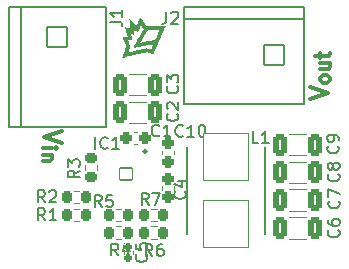
<source format=gbr>
%TF.GenerationSoftware,KiCad,Pcbnew,8.99.0-334-gf341ab9b00*%
%TF.CreationDate,2024-09-09T23:07:31-04:00*%
%TF.ProjectId,Buck Converter,4275636b-2043-46f6-9e76-65727465722e,V1*%
%TF.SameCoordinates,Original*%
%TF.FileFunction,Legend,Top*%
%TF.FilePolarity,Positive*%
%FSLAX46Y46*%
G04 Gerber Fmt 4.6, Leading zero omitted, Abs format (unit mm)*
G04 Created by KiCad (PCBNEW 8.99.0-334-gf341ab9b00) date 2024-09-09 23:07:31*
%MOMM*%
%LPD*%
G01*
G04 APERTURE LIST*
G04 Aperture macros list*
%AMRoundRect*
0 Rectangle with rounded corners*
0 $1 Rounding radius*
0 $2 $3 $4 $5 $6 $7 $8 $9 X,Y pos of 4 corners*
0 Add a 4 corners polygon primitive as box body*
4,1,4,$2,$3,$4,$5,$6,$7,$8,$9,$2,$3,0*
0 Add four circle primitives for the rounded corners*
1,1,$1+$1,$2,$3*
1,1,$1+$1,$4,$5*
1,1,$1+$1,$6,$7*
1,1,$1+$1,$8,$9*
0 Add four rect primitives between the rounded corners*
20,1,$1+$1,$2,$3,$4,$5,0*
20,1,$1+$1,$4,$5,$6,$7,0*
20,1,$1+$1,$6,$7,$8,$9,0*
20,1,$1+$1,$8,$9,$2,$3,0*%
G04 Aperture macros list end*
%ADD10C,0.300000*%
%ADD11C,0.100000*%
%ADD12C,0.150000*%
%ADD13C,0.120000*%
%ADD14C,0.225000*%
%ADD15C,0.200000*%
%ADD16C,0.127000*%
%ADD17RoundRect,0.272087X-0.353713X-0.678713X0.353713X-0.678713X0.353713X0.678713X-0.353713X0.678713X0*%
%ADD18O,0.351600X0.951600*%
%ADD19O,0.951600X0.351600*%
%ADD20RoundRect,0.050800X-0.537500X0.513000X-0.537500X-0.513000X0.537500X-0.513000X0.537500X0.513000X0*%
%ADD21RoundRect,0.225400X0.225400X0.300400X-0.225400X0.300400X-0.225400X-0.300400X0.225400X-0.300400X0*%
%ADD22RoundRect,0.225400X-0.225400X-0.300400X0.225400X-0.300400X0.225400X0.300400X-0.225400X0.300400X0*%
%ADD23RoundRect,0.250400X0.275400X-0.250400X0.275400X0.250400X-0.275400X0.250400X-0.275400X-0.250400X0*%
%ADD24RoundRect,0.050800X-1.900000X2.000000X-1.900000X-2.000000X1.900000X-2.000000X1.900000X2.000000X0*%
%ADD25RoundRect,0.102000X-0.825000X0.825000X-0.825000X-0.825000X0.825000X-0.825000X0.825000X0.825000X0*%
%ADD26C,1.854000*%
%ADD27RoundRect,0.102000X0.825000X0.825000X-0.825000X0.825000X-0.825000X-0.825000X0.825000X-0.825000X0*%
%ADD28RoundRect,0.250400X0.250400X0.275400X-0.250400X0.275400X-0.250400X-0.275400X0.250400X-0.275400X0*%
%ADD29RoundRect,0.225400X-0.300400X0.225400X-0.300400X-0.225400X0.300400X-0.225400X0.300400X0.225400X0*%
%ADD30RoundRect,0.165400X-0.195400X0.165400X-0.195400X-0.165400X0.195400X-0.165400X0.195400X0.165400X0*%
%ADD31RoundRect,0.250400X-0.275400X0.250400X-0.275400X-0.250400X0.275400X-0.250400X0.275400X0.250400X0*%
%ADD32RoundRect,0.272087X0.353713X0.678713X-0.353713X0.678713X-0.353713X-0.678713X0.353713X-0.678713X0*%
G04 APERTURE END LIST*
D10*
X174550828Y-97184774D02*
X176050828Y-96684774D01*
X176050828Y-96684774D02*
X174550828Y-96184774D01*
X176216542Y-95584775D02*
X176159400Y-95699060D01*
X176159400Y-95699060D02*
X176102257Y-95756203D01*
X176102257Y-95756203D02*
X175987971Y-95813346D01*
X175987971Y-95813346D02*
X175645114Y-95813346D01*
X175645114Y-95813346D02*
X175530828Y-95756203D01*
X175530828Y-95756203D02*
X175473685Y-95699060D01*
X175473685Y-95699060D02*
X175416542Y-95584775D01*
X175416542Y-95584775D02*
X175416542Y-95413346D01*
X175416542Y-95413346D02*
X175473685Y-95299060D01*
X175473685Y-95299060D02*
X175530828Y-95241918D01*
X175530828Y-95241918D02*
X175645114Y-95184775D01*
X175645114Y-95184775D02*
X175987971Y-95184775D01*
X175987971Y-95184775D02*
X176102257Y-95241918D01*
X176102257Y-95241918D02*
X176159400Y-95299060D01*
X176159400Y-95299060D02*
X176216542Y-95413346D01*
X176216542Y-95413346D02*
X176216542Y-95584775D01*
X175416542Y-94156204D02*
X176216542Y-94156204D01*
X175416542Y-94670489D02*
X176045114Y-94670489D01*
X176045114Y-94670489D02*
X176159400Y-94613346D01*
X176159400Y-94613346D02*
X176216542Y-94499061D01*
X176216542Y-94499061D02*
X176216542Y-94327632D01*
X176216542Y-94327632D02*
X176159400Y-94213346D01*
X176159400Y-94213346D02*
X176102257Y-94156204D01*
X175416542Y-93756204D02*
X175416542Y-93299061D01*
X175016542Y-93584775D02*
X176045114Y-93584775D01*
X176045114Y-93584775D02*
X176159400Y-93527632D01*
X176159400Y-93527632D02*
X176216542Y-93413347D01*
X176216542Y-93413347D02*
X176216542Y-93299061D01*
D11*
G36*
X160251390Y-90321228D02*
G01*
X160258374Y-90331559D01*
X160326137Y-90434062D01*
X160330425Y-90440858D01*
X160400184Y-90548508D01*
X160470548Y-90655150D01*
X160503227Y-90704030D01*
X160573870Y-90809703D01*
X160643908Y-90915376D01*
X160676029Y-90964148D01*
X160691294Y-90975750D01*
X160710223Y-90977581D01*
X160833573Y-90977581D01*
X160956326Y-90977581D01*
X161078483Y-90977581D01*
X161102843Y-90977581D01*
X161226694Y-90977581D01*
X161350187Y-90977581D01*
X161473322Y-90977581D01*
X161497906Y-90977581D01*
X161620612Y-90977581D01*
X161742960Y-90977581D01*
X161877129Y-90977581D01*
X161889305Y-90977581D01*
X162013013Y-90977581D01*
X162136840Y-90977581D01*
X162260786Y-90977581D01*
X162285589Y-90977581D01*
X162299023Y-90977581D01*
X162319783Y-90977581D01*
X162288642Y-91049633D01*
X162261775Y-91117411D01*
X162211164Y-91236975D01*
X162159544Y-91356540D01*
X162135380Y-91411723D01*
X162085272Y-91531288D01*
X162035164Y-91650852D01*
X162012037Y-91706036D01*
X161961720Y-91825205D01*
X161909992Y-91944576D01*
X161885642Y-91999738D01*
X161835634Y-92118907D01*
X161785829Y-92238278D01*
X161762909Y-92293440D01*
X161714883Y-92408319D01*
X161664835Y-92522909D01*
X161617585Y-92626831D01*
X161564475Y-92740451D01*
X161510931Y-92853782D01*
X161461880Y-92956559D01*
X161404757Y-93072544D01*
X161361130Y-93163555D01*
X161308063Y-93274535D01*
X161260380Y-93373604D01*
X161254884Y-93382152D01*
X161250000Y-93390701D01*
X161162683Y-93361392D01*
X161075976Y-93332693D01*
X160958044Y-93294366D01*
X160925157Y-93283234D01*
X160807805Y-93242045D01*
X160774947Y-93230111D01*
X160760903Y-93230111D01*
X160747470Y-93230111D01*
X160624301Y-93253803D01*
X160499497Y-93276794D01*
X160463538Y-93283234D01*
X160338683Y-93305908D01*
X160215230Y-93329049D01*
X160180216Y-93335746D01*
X160056711Y-93356819D01*
X160048325Y-93358339D01*
X159925142Y-93382238D01*
X159917044Y-93383984D01*
X159794596Y-93412976D01*
X159766224Y-93420010D01*
X159644179Y-93451389D01*
X159616015Y-93459089D01*
X159494771Y-93491337D01*
X159373451Y-93523355D01*
X159252055Y-93555145D01*
X159130582Y-93586706D01*
X159009377Y-93618572D01*
X158888171Y-93650667D01*
X158766966Y-93682991D01*
X158645760Y-93715544D01*
X158636601Y-93716765D01*
X158625000Y-93718597D01*
X158643928Y-93672191D01*
X158659193Y-93626395D01*
X158703743Y-93507234D01*
X158748092Y-93388879D01*
X158768492Y-93334525D01*
X158813042Y-93216146D01*
X158857390Y-93097163D01*
X158877791Y-93042044D01*
X158921551Y-92923162D01*
X158929082Y-92900383D01*
X158968182Y-92781935D01*
X158977320Y-92755059D01*
X158980373Y-92739794D01*
X158977320Y-92723918D01*
X158934488Y-92604421D01*
X158890790Y-92485213D01*
X158850314Y-92377093D01*
X158806176Y-92258580D01*
X158791361Y-92218335D01*
X159140963Y-92218335D01*
X159144626Y-92225052D01*
X159147679Y-92231769D01*
X159189078Y-92349302D01*
X159211182Y-92411287D01*
X159254447Y-92529372D01*
X159277739Y-92590806D01*
X159313764Y-92710484D01*
X159298499Y-92833217D01*
X159254879Y-92952399D01*
X159241713Y-92992585D01*
X159202558Y-93111882D01*
X159189200Y-93151343D01*
X159173325Y-93194085D01*
X159158060Y-93240491D01*
X159164776Y-93238660D01*
X159168440Y-93236828D01*
X159289054Y-93206908D01*
X159306437Y-93202634D01*
X159427919Y-93169909D01*
X159445045Y-93164776D01*
X159568201Y-93132032D01*
X159624563Y-93117149D01*
X159744501Y-93087208D01*
X159807745Y-93072575D01*
X159933306Y-93047442D01*
X159998866Y-93035327D01*
X160124689Y-93012888D01*
X160190596Y-93001133D01*
X160314986Y-92978406D01*
X160438572Y-92954873D01*
X160454989Y-92951674D01*
X160578234Y-92927900D01*
X160700675Y-92904662D01*
X160716939Y-92901605D01*
X160788381Y-92895498D01*
X160856769Y-92911985D01*
X160959351Y-92948011D01*
X161061933Y-92980373D01*
X161079030Y-92984036D01*
X161093073Y-92966939D01*
X161145104Y-92854600D01*
X161157798Y-92828332D01*
X161211226Y-92717868D01*
X161226186Y-92686671D01*
X161261601Y-92611566D01*
X161301290Y-92532798D01*
X161176558Y-92557823D01*
X161052406Y-92582751D01*
X160928833Y-92607582D01*
X160860432Y-92621336D01*
X160735700Y-92644933D01*
X160611548Y-92669013D01*
X160487975Y-92693577D01*
X160419574Y-92707431D01*
X160296323Y-92732209D01*
X160172493Y-92757084D01*
X160048083Y-92782055D01*
X159978715Y-92795969D01*
X159855459Y-92820753D01*
X159732300Y-92844956D01*
X159609237Y-92868580D01*
X159540910Y-92881454D01*
X159542742Y-92872906D01*
X159547627Y-92867411D01*
X159612847Y-92751395D01*
X159678449Y-92635380D01*
X159744433Y-92519364D01*
X159801368Y-92419836D01*
X160180216Y-92419836D01*
X160197313Y-92416782D01*
X160207693Y-92416782D01*
X160330120Y-92392053D01*
X160451936Y-92366713D01*
X160573752Y-92341525D01*
X160696179Y-92317254D01*
X160823389Y-92291574D01*
X160951465Y-92265750D01*
X161068649Y-92242149D01*
X161197945Y-92216194D01*
X161327241Y-92190383D01*
X161444783Y-92167044D01*
X161458217Y-92162159D01*
X161468597Y-92149947D01*
X161517648Y-92034695D01*
X161566342Y-91919443D01*
X161614677Y-91804191D01*
X161624302Y-91781140D01*
X161672566Y-91665566D01*
X161721188Y-91550112D01*
X161770168Y-91434776D01*
X161780006Y-91411723D01*
X161800157Y-91360432D01*
X161823970Y-91305478D01*
X161793440Y-91305478D01*
X161660572Y-91305478D01*
X161527124Y-91305478D01*
X161393097Y-91305478D01*
X161318387Y-91305478D01*
X161183749Y-91305478D01*
X161049110Y-91305478D01*
X160914471Y-91305478D01*
X160839672Y-91305478D01*
X160815858Y-91310973D01*
X160798761Y-91329291D01*
X160736133Y-91442392D01*
X160673272Y-91554090D01*
X160655268Y-91585746D01*
X160590136Y-91699197D01*
X160526172Y-91811948D01*
X160508112Y-91844033D01*
X160444900Y-91955881D01*
X160380285Y-92067029D01*
X160361566Y-92098656D01*
X160298638Y-92211757D01*
X160235943Y-92323455D01*
X160218073Y-92355111D01*
X160199145Y-92387473D01*
X160180216Y-92419836D01*
X159801368Y-92419836D01*
X159810799Y-92403349D01*
X159877393Y-92287219D01*
X159943453Y-92171471D01*
X160008979Y-92056104D01*
X160073970Y-91941120D01*
X160140022Y-91824358D01*
X160206362Y-91708318D01*
X160266922Y-91603454D01*
X160333872Y-91488083D01*
X160400390Y-91372857D01*
X160460484Y-91268230D01*
X160465369Y-91247470D01*
X160456821Y-91227320D01*
X160402477Y-91144888D01*
X160347522Y-91059403D01*
X160298063Y-90987962D01*
X160248604Y-90912857D01*
X160197570Y-91033299D01*
X160147052Y-91153742D01*
X160113660Y-91234036D01*
X160063485Y-91354479D01*
X160012795Y-91474921D01*
X159978715Y-91555216D01*
X159891304Y-91469142D01*
X159814462Y-91394626D01*
X159722220Y-91306012D01*
X159650209Y-91237090D01*
X159648377Y-91240753D01*
X159647156Y-91240753D01*
X159654124Y-91369383D01*
X159662433Y-91498818D01*
X159663642Y-91516137D01*
X159672703Y-91646046D01*
X159679949Y-91768263D01*
X159681350Y-91794574D01*
X159568349Y-91739161D01*
X159530530Y-91721301D01*
X159415812Y-91666232D01*
X159376657Y-91647418D01*
X159411746Y-91765913D01*
X159446030Y-91884409D01*
X159450540Y-91900209D01*
X159484583Y-92018839D01*
X159519162Y-92137737D01*
X159523813Y-92153611D01*
X159402073Y-92174266D01*
X159330861Y-92185973D01*
X159206653Y-92206797D01*
X159140963Y-92218335D01*
X158791361Y-92218335D01*
X158762761Y-92140645D01*
X158723918Y-92033932D01*
X158710484Y-91997906D01*
X158697051Y-91958217D01*
X158818357Y-91937914D01*
X158901605Y-91924023D01*
X159023421Y-91903935D01*
X159106769Y-91890439D01*
X159072374Y-91769099D01*
X159037882Y-91647565D01*
X159003294Y-91525839D01*
X158984036Y-91458129D01*
X158949346Y-91335759D01*
X158914656Y-91213195D01*
X158879966Y-91090438D01*
X158860694Y-91022156D01*
X158976251Y-91079858D01*
X159089672Y-91136950D01*
X159203397Y-91193584D01*
X159318649Y-91251133D01*
X159310194Y-91118887D01*
X159301619Y-90986998D01*
X159292925Y-90855467D01*
X159291172Y-90829204D01*
X159282776Y-90697423D01*
X159274380Y-90565403D01*
X159265984Y-90433144D01*
X159264305Y-90406664D01*
X159358007Y-90498279D01*
X159451351Y-90589178D01*
X159544338Y-90679362D01*
X159562892Y-90697313D01*
X159656129Y-90786996D01*
X159749604Y-90876679D01*
X159843318Y-90966362D01*
X159862090Y-90984298D01*
X159911439Y-90864848D01*
X159961027Y-90745398D01*
X160010853Y-90625948D01*
X160020847Y-90602058D01*
X160071401Y-90482226D01*
X160122313Y-90362395D01*
X160173583Y-90242563D01*
X160183879Y-90218597D01*
X160251390Y-90321228D01*
G37*
D10*
X153574171Y-99915225D02*
X152074171Y-100415225D01*
X152074171Y-100415225D02*
X153574171Y-100915225D01*
X151908457Y-101343796D02*
X152708457Y-101343796D01*
X153108457Y-101343796D02*
X153051314Y-101286653D01*
X153051314Y-101286653D02*
X152994171Y-101343796D01*
X152994171Y-101343796D02*
X153051314Y-101400939D01*
X153051314Y-101400939D02*
X153108457Y-101343796D01*
X153108457Y-101343796D02*
X152994171Y-101343796D01*
X152708457Y-101915225D02*
X151908457Y-101915225D01*
X152594171Y-101915225D02*
X152651314Y-101972368D01*
X152651314Y-101972368D02*
X152708457Y-102086653D01*
X152708457Y-102086653D02*
X152708457Y-102258082D01*
X152708457Y-102258082D02*
X152651314Y-102372368D01*
X152651314Y-102372368D02*
X152537028Y-102429511D01*
X152537028Y-102429511D02*
X151908457Y-102429511D01*
D12*
X176959580Y-108291666D02*
X177007200Y-108339285D01*
X177007200Y-108339285D02*
X177054819Y-108482142D01*
X177054819Y-108482142D02*
X177054819Y-108577380D01*
X177054819Y-108577380D02*
X177007200Y-108720237D01*
X177007200Y-108720237D02*
X176911961Y-108815475D01*
X176911961Y-108815475D02*
X176816723Y-108863094D01*
X176816723Y-108863094D02*
X176626247Y-108910713D01*
X176626247Y-108910713D02*
X176483390Y-108910713D01*
X176483390Y-108910713D02*
X176292914Y-108863094D01*
X176292914Y-108863094D02*
X176197676Y-108815475D01*
X176197676Y-108815475D02*
X176102438Y-108720237D01*
X176102438Y-108720237D02*
X176054819Y-108577380D01*
X176054819Y-108577380D02*
X176054819Y-108482142D01*
X176054819Y-108482142D02*
X176102438Y-108339285D01*
X176102438Y-108339285D02*
X176150057Y-108291666D01*
X176054819Y-107434523D02*
X176054819Y-107624999D01*
X176054819Y-107624999D02*
X176102438Y-107720237D01*
X176102438Y-107720237D02*
X176150057Y-107767856D01*
X176150057Y-107767856D02*
X176292914Y-107863094D01*
X176292914Y-107863094D02*
X176483390Y-107910713D01*
X176483390Y-107910713D02*
X176864342Y-107910713D01*
X176864342Y-107910713D02*
X176959580Y-107863094D01*
X176959580Y-107863094D02*
X177007200Y-107815475D01*
X177007200Y-107815475D02*
X177054819Y-107720237D01*
X177054819Y-107720237D02*
X177054819Y-107529761D01*
X177054819Y-107529761D02*
X177007200Y-107434523D01*
X177007200Y-107434523D02*
X176959580Y-107386904D01*
X176959580Y-107386904D02*
X176864342Y-107339285D01*
X176864342Y-107339285D02*
X176626247Y-107339285D01*
X176626247Y-107339285D02*
X176531009Y-107386904D01*
X176531009Y-107386904D02*
X176483390Y-107434523D01*
X176483390Y-107434523D02*
X176435771Y-107529761D01*
X176435771Y-107529761D02*
X176435771Y-107720237D01*
X176435771Y-107720237D02*
X176483390Y-107815475D01*
X176483390Y-107815475D02*
X176531009Y-107863094D01*
X176531009Y-107863094D02*
X176626247Y-107910713D01*
X156373810Y-101404819D02*
X156373810Y-100404819D01*
X157421428Y-101309580D02*
X157373809Y-101357200D01*
X157373809Y-101357200D02*
X157230952Y-101404819D01*
X157230952Y-101404819D02*
X157135714Y-101404819D01*
X157135714Y-101404819D02*
X156992857Y-101357200D01*
X156992857Y-101357200D02*
X156897619Y-101261961D01*
X156897619Y-101261961D02*
X156850000Y-101166723D01*
X156850000Y-101166723D02*
X156802381Y-100976247D01*
X156802381Y-100976247D02*
X156802381Y-100833390D01*
X156802381Y-100833390D02*
X156850000Y-100642914D01*
X156850000Y-100642914D02*
X156897619Y-100547676D01*
X156897619Y-100547676D02*
X156992857Y-100452438D01*
X156992857Y-100452438D02*
X157135714Y-100404819D01*
X157135714Y-100404819D02*
X157230952Y-100404819D01*
X157230952Y-100404819D02*
X157373809Y-100452438D01*
X157373809Y-100452438D02*
X157421428Y-100500057D01*
X158373809Y-101404819D02*
X157802381Y-101404819D01*
X158088095Y-101404819D02*
X158088095Y-100404819D01*
X158088095Y-100404819D02*
X157992857Y-100547676D01*
X157992857Y-100547676D02*
X157897619Y-100642914D01*
X157897619Y-100642914D02*
X157802381Y-100690533D01*
X156908333Y-106329819D02*
X156575000Y-105853628D01*
X156336905Y-106329819D02*
X156336905Y-105329819D01*
X156336905Y-105329819D02*
X156717857Y-105329819D01*
X156717857Y-105329819D02*
X156813095Y-105377438D01*
X156813095Y-105377438D02*
X156860714Y-105425057D01*
X156860714Y-105425057D02*
X156908333Y-105520295D01*
X156908333Y-105520295D02*
X156908333Y-105663152D01*
X156908333Y-105663152D02*
X156860714Y-105758390D01*
X156860714Y-105758390D02*
X156813095Y-105806009D01*
X156813095Y-105806009D02*
X156717857Y-105853628D01*
X156717857Y-105853628D02*
X156336905Y-105853628D01*
X157813095Y-105329819D02*
X157336905Y-105329819D01*
X157336905Y-105329819D02*
X157289286Y-105806009D01*
X157289286Y-105806009D02*
X157336905Y-105758390D01*
X157336905Y-105758390D02*
X157432143Y-105710771D01*
X157432143Y-105710771D02*
X157670238Y-105710771D01*
X157670238Y-105710771D02*
X157765476Y-105758390D01*
X157765476Y-105758390D02*
X157813095Y-105806009D01*
X157813095Y-105806009D02*
X157860714Y-105901247D01*
X157860714Y-105901247D02*
X157860714Y-106139342D01*
X157860714Y-106139342D02*
X157813095Y-106234580D01*
X157813095Y-106234580D02*
X157765476Y-106282200D01*
X157765476Y-106282200D02*
X157670238Y-106329819D01*
X157670238Y-106329819D02*
X157432143Y-106329819D01*
X157432143Y-106329819D02*
X157336905Y-106282200D01*
X157336905Y-106282200D02*
X157289286Y-106234580D01*
X152108333Y-105929819D02*
X151775000Y-105453628D01*
X151536905Y-105929819D02*
X151536905Y-104929819D01*
X151536905Y-104929819D02*
X151917857Y-104929819D01*
X151917857Y-104929819D02*
X152013095Y-104977438D01*
X152013095Y-104977438D02*
X152060714Y-105025057D01*
X152060714Y-105025057D02*
X152108333Y-105120295D01*
X152108333Y-105120295D02*
X152108333Y-105263152D01*
X152108333Y-105263152D02*
X152060714Y-105358390D01*
X152060714Y-105358390D02*
X152013095Y-105406009D01*
X152013095Y-105406009D02*
X151917857Y-105453628D01*
X151917857Y-105453628D02*
X151536905Y-105453628D01*
X152489286Y-105025057D02*
X152536905Y-104977438D01*
X152536905Y-104977438D02*
X152632143Y-104929819D01*
X152632143Y-104929819D02*
X152870238Y-104929819D01*
X152870238Y-104929819D02*
X152965476Y-104977438D01*
X152965476Y-104977438D02*
X153013095Y-105025057D01*
X153013095Y-105025057D02*
X153060714Y-105120295D01*
X153060714Y-105120295D02*
X153060714Y-105215533D01*
X153060714Y-105215533D02*
X153013095Y-105358390D01*
X153013095Y-105358390D02*
X152441667Y-105929819D01*
X152441667Y-105929819D02*
X153060714Y-105929819D01*
X163959580Y-105016666D02*
X164007200Y-105064285D01*
X164007200Y-105064285D02*
X164054819Y-105207142D01*
X164054819Y-105207142D02*
X164054819Y-105302380D01*
X164054819Y-105302380D02*
X164007200Y-105445237D01*
X164007200Y-105445237D02*
X163911961Y-105540475D01*
X163911961Y-105540475D02*
X163816723Y-105588094D01*
X163816723Y-105588094D02*
X163626247Y-105635713D01*
X163626247Y-105635713D02*
X163483390Y-105635713D01*
X163483390Y-105635713D02*
X163292914Y-105588094D01*
X163292914Y-105588094D02*
X163197676Y-105540475D01*
X163197676Y-105540475D02*
X163102438Y-105445237D01*
X163102438Y-105445237D02*
X163054819Y-105302380D01*
X163054819Y-105302380D02*
X163054819Y-105207142D01*
X163054819Y-105207142D02*
X163102438Y-105064285D01*
X163102438Y-105064285D02*
X163150057Y-105016666D01*
X163388152Y-104159523D02*
X164054819Y-104159523D01*
X163007200Y-104397618D02*
X163721485Y-104635713D01*
X163721485Y-104635713D02*
X163721485Y-104016666D01*
X158308333Y-110429819D02*
X157975000Y-109953628D01*
X157736905Y-110429819D02*
X157736905Y-109429819D01*
X157736905Y-109429819D02*
X158117857Y-109429819D01*
X158117857Y-109429819D02*
X158213095Y-109477438D01*
X158213095Y-109477438D02*
X158260714Y-109525057D01*
X158260714Y-109525057D02*
X158308333Y-109620295D01*
X158308333Y-109620295D02*
X158308333Y-109763152D01*
X158308333Y-109763152D02*
X158260714Y-109858390D01*
X158260714Y-109858390D02*
X158213095Y-109906009D01*
X158213095Y-109906009D02*
X158117857Y-109953628D01*
X158117857Y-109953628D02*
X157736905Y-109953628D01*
X159165476Y-109763152D02*
X159165476Y-110429819D01*
X158927381Y-109382200D02*
X158689286Y-110096485D01*
X158689286Y-110096485D02*
X159308333Y-110096485D01*
X176909580Y-101166666D02*
X176957200Y-101214285D01*
X176957200Y-101214285D02*
X177004819Y-101357142D01*
X177004819Y-101357142D02*
X177004819Y-101452380D01*
X177004819Y-101452380D02*
X176957200Y-101595237D01*
X176957200Y-101595237D02*
X176861961Y-101690475D01*
X176861961Y-101690475D02*
X176766723Y-101738094D01*
X176766723Y-101738094D02*
X176576247Y-101785713D01*
X176576247Y-101785713D02*
X176433390Y-101785713D01*
X176433390Y-101785713D02*
X176242914Y-101738094D01*
X176242914Y-101738094D02*
X176147676Y-101690475D01*
X176147676Y-101690475D02*
X176052438Y-101595237D01*
X176052438Y-101595237D02*
X176004819Y-101452380D01*
X176004819Y-101452380D02*
X176004819Y-101357142D01*
X176004819Y-101357142D02*
X176052438Y-101214285D01*
X176052438Y-101214285D02*
X176100057Y-101166666D01*
X177004819Y-100690475D02*
X177004819Y-100499999D01*
X177004819Y-100499999D02*
X176957200Y-100404761D01*
X176957200Y-100404761D02*
X176909580Y-100357142D01*
X176909580Y-100357142D02*
X176766723Y-100261904D01*
X176766723Y-100261904D02*
X176576247Y-100214285D01*
X176576247Y-100214285D02*
X176195295Y-100214285D01*
X176195295Y-100214285D02*
X176100057Y-100261904D01*
X176100057Y-100261904D02*
X176052438Y-100309523D01*
X176052438Y-100309523D02*
X176004819Y-100404761D01*
X176004819Y-100404761D02*
X176004819Y-100595237D01*
X176004819Y-100595237D02*
X176052438Y-100690475D01*
X176052438Y-100690475D02*
X176100057Y-100738094D01*
X176100057Y-100738094D02*
X176195295Y-100785713D01*
X176195295Y-100785713D02*
X176433390Y-100785713D01*
X176433390Y-100785713D02*
X176528628Y-100738094D01*
X176528628Y-100738094D02*
X176576247Y-100690475D01*
X176576247Y-100690475D02*
X176623866Y-100595237D01*
X176623866Y-100595237D02*
X176623866Y-100404761D01*
X176623866Y-100404761D02*
X176576247Y-100309523D01*
X176576247Y-100309523D02*
X176528628Y-100261904D01*
X176528628Y-100261904D02*
X176433390Y-100214285D01*
X161208333Y-110479819D02*
X160875000Y-110003628D01*
X160636905Y-110479819D02*
X160636905Y-109479819D01*
X160636905Y-109479819D02*
X161017857Y-109479819D01*
X161017857Y-109479819D02*
X161113095Y-109527438D01*
X161113095Y-109527438D02*
X161160714Y-109575057D01*
X161160714Y-109575057D02*
X161208333Y-109670295D01*
X161208333Y-109670295D02*
X161208333Y-109813152D01*
X161208333Y-109813152D02*
X161160714Y-109908390D01*
X161160714Y-109908390D02*
X161113095Y-109956009D01*
X161113095Y-109956009D02*
X161017857Y-110003628D01*
X161017857Y-110003628D02*
X160636905Y-110003628D01*
X162065476Y-109479819D02*
X161875000Y-109479819D01*
X161875000Y-109479819D02*
X161779762Y-109527438D01*
X161779762Y-109527438D02*
X161732143Y-109575057D01*
X161732143Y-109575057D02*
X161636905Y-109717914D01*
X161636905Y-109717914D02*
X161589286Y-109908390D01*
X161589286Y-109908390D02*
X161589286Y-110289342D01*
X161589286Y-110289342D02*
X161636905Y-110384580D01*
X161636905Y-110384580D02*
X161684524Y-110432200D01*
X161684524Y-110432200D02*
X161779762Y-110479819D01*
X161779762Y-110479819D02*
X161970238Y-110479819D01*
X161970238Y-110479819D02*
X162065476Y-110432200D01*
X162065476Y-110432200D02*
X162113095Y-110384580D01*
X162113095Y-110384580D02*
X162160714Y-110289342D01*
X162160714Y-110289342D02*
X162160714Y-110051247D01*
X162160714Y-110051247D02*
X162113095Y-109956009D01*
X162113095Y-109956009D02*
X162065476Y-109908390D01*
X162065476Y-109908390D02*
X161970238Y-109860771D01*
X161970238Y-109860771D02*
X161779762Y-109860771D01*
X161779762Y-109860771D02*
X161684524Y-109908390D01*
X161684524Y-109908390D02*
X161636905Y-109956009D01*
X161636905Y-109956009D02*
X161589286Y-110051247D01*
X170183333Y-100929819D02*
X169707143Y-100929819D01*
X169707143Y-100929819D02*
X169707143Y-99929819D01*
X171040476Y-100929819D02*
X170469048Y-100929819D01*
X170754762Y-100929819D02*
X170754762Y-99929819D01*
X170754762Y-99929819D02*
X170659524Y-100072676D01*
X170659524Y-100072676D02*
X170564286Y-100167914D01*
X170564286Y-100167914D02*
X170469048Y-100215533D01*
X157653724Y-90659012D02*
X158369466Y-90659012D01*
X158369466Y-90659012D02*
X158512614Y-90706728D01*
X158512614Y-90706728D02*
X158608047Y-90802160D01*
X158608047Y-90802160D02*
X158655763Y-90945309D01*
X158655763Y-90945309D02*
X158655763Y-91040741D01*
X158655763Y-89656973D02*
X158655763Y-90229567D01*
X158655763Y-89943270D02*
X157653724Y-89943270D01*
X157653724Y-89943270D02*
X157796872Y-90038702D01*
X157796872Y-90038702D02*
X157892304Y-90134135D01*
X157892304Y-90134135D02*
X157940021Y-90229567D01*
X176959580Y-103541666D02*
X177007200Y-103589285D01*
X177007200Y-103589285D02*
X177054819Y-103732142D01*
X177054819Y-103732142D02*
X177054819Y-103827380D01*
X177054819Y-103827380D02*
X177007200Y-103970237D01*
X177007200Y-103970237D02*
X176911961Y-104065475D01*
X176911961Y-104065475D02*
X176816723Y-104113094D01*
X176816723Y-104113094D02*
X176626247Y-104160713D01*
X176626247Y-104160713D02*
X176483390Y-104160713D01*
X176483390Y-104160713D02*
X176292914Y-104113094D01*
X176292914Y-104113094D02*
X176197676Y-104065475D01*
X176197676Y-104065475D02*
X176102438Y-103970237D01*
X176102438Y-103970237D02*
X176054819Y-103827380D01*
X176054819Y-103827380D02*
X176054819Y-103732142D01*
X176054819Y-103732142D02*
X176102438Y-103589285D01*
X176102438Y-103589285D02*
X176150057Y-103541666D01*
X176483390Y-102970237D02*
X176435771Y-103065475D01*
X176435771Y-103065475D02*
X176388152Y-103113094D01*
X176388152Y-103113094D02*
X176292914Y-103160713D01*
X176292914Y-103160713D02*
X176245295Y-103160713D01*
X176245295Y-103160713D02*
X176150057Y-103113094D01*
X176150057Y-103113094D02*
X176102438Y-103065475D01*
X176102438Y-103065475D02*
X176054819Y-102970237D01*
X176054819Y-102970237D02*
X176054819Y-102779761D01*
X176054819Y-102779761D02*
X176102438Y-102684523D01*
X176102438Y-102684523D02*
X176150057Y-102636904D01*
X176150057Y-102636904D02*
X176245295Y-102589285D01*
X176245295Y-102589285D02*
X176292914Y-102589285D01*
X176292914Y-102589285D02*
X176388152Y-102636904D01*
X176388152Y-102636904D02*
X176435771Y-102684523D01*
X176435771Y-102684523D02*
X176483390Y-102779761D01*
X176483390Y-102779761D02*
X176483390Y-102970237D01*
X176483390Y-102970237D02*
X176531009Y-103065475D01*
X176531009Y-103065475D02*
X176578628Y-103113094D01*
X176578628Y-103113094D02*
X176673866Y-103160713D01*
X176673866Y-103160713D02*
X176864342Y-103160713D01*
X176864342Y-103160713D02*
X176959580Y-103113094D01*
X176959580Y-103113094D02*
X177007200Y-103065475D01*
X177007200Y-103065475D02*
X177054819Y-102970237D01*
X177054819Y-102970237D02*
X177054819Y-102779761D01*
X177054819Y-102779761D02*
X177007200Y-102684523D01*
X177007200Y-102684523D02*
X176959580Y-102636904D01*
X176959580Y-102636904D02*
X176864342Y-102589285D01*
X176864342Y-102589285D02*
X176673866Y-102589285D01*
X176673866Y-102589285D02*
X176578628Y-102636904D01*
X176578628Y-102636904D02*
X176531009Y-102684523D01*
X176531009Y-102684523D02*
X176483390Y-102779761D01*
X162390987Y-89803724D02*
X162390987Y-90519466D01*
X162390987Y-90519466D02*
X162343271Y-90662614D01*
X162343271Y-90662614D02*
X162247839Y-90758047D01*
X162247839Y-90758047D02*
X162104690Y-90805763D01*
X162104690Y-90805763D02*
X162009258Y-90805763D01*
X162820432Y-89899156D02*
X162868148Y-89851440D01*
X162868148Y-89851440D02*
X162963581Y-89803724D01*
X162963581Y-89803724D02*
X163202161Y-89803724D01*
X163202161Y-89803724D02*
X163297594Y-89851440D01*
X163297594Y-89851440D02*
X163345310Y-89899156D01*
X163345310Y-89899156D02*
X163393026Y-89994588D01*
X163393026Y-89994588D02*
X163393026Y-90090021D01*
X163393026Y-90090021D02*
X163345310Y-90233169D01*
X163345310Y-90233169D02*
X162772716Y-90805763D01*
X162772716Y-90805763D02*
X163393026Y-90805763D01*
X161783333Y-100259580D02*
X161735714Y-100307200D01*
X161735714Y-100307200D02*
X161592857Y-100354819D01*
X161592857Y-100354819D02*
X161497619Y-100354819D01*
X161497619Y-100354819D02*
X161354762Y-100307200D01*
X161354762Y-100307200D02*
X161259524Y-100211961D01*
X161259524Y-100211961D02*
X161211905Y-100116723D01*
X161211905Y-100116723D02*
X161164286Y-99926247D01*
X161164286Y-99926247D02*
X161164286Y-99783390D01*
X161164286Y-99783390D02*
X161211905Y-99592914D01*
X161211905Y-99592914D02*
X161259524Y-99497676D01*
X161259524Y-99497676D02*
X161354762Y-99402438D01*
X161354762Y-99402438D02*
X161497619Y-99354819D01*
X161497619Y-99354819D02*
X161592857Y-99354819D01*
X161592857Y-99354819D02*
X161735714Y-99402438D01*
X161735714Y-99402438D02*
X161783333Y-99450057D01*
X162735714Y-100354819D02*
X162164286Y-100354819D01*
X162450000Y-100354819D02*
X162450000Y-99354819D01*
X162450000Y-99354819D02*
X162354762Y-99497676D01*
X162354762Y-99497676D02*
X162259524Y-99592914D01*
X162259524Y-99592914D02*
X162164286Y-99640533D01*
X176984580Y-105816666D02*
X177032200Y-105864285D01*
X177032200Y-105864285D02*
X177079819Y-106007142D01*
X177079819Y-106007142D02*
X177079819Y-106102380D01*
X177079819Y-106102380D02*
X177032200Y-106245237D01*
X177032200Y-106245237D02*
X176936961Y-106340475D01*
X176936961Y-106340475D02*
X176841723Y-106388094D01*
X176841723Y-106388094D02*
X176651247Y-106435713D01*
X176651247Y-106435713D02*
X176508390Y-106435713D01*
X176508390Y-106435713D02*
X176317914Y-106388094D01*
X176317914Y-106388094D02*
X176222676Y-106340475D01*
X176222676Y-106340475D02*
X176127438Y-106245237D01*
X176127438Y-106245237D02*
X176079819Y-106102380D01*
X176079819Y-106102380D02*
X176079819Y-106007142D01*
X176079819Y-106007142D02*
X176127438Y-105864285D01*
X176127438Y-105864285D02*
X176175057Y-105816666D01*
X176079819Y-105483332D02*
X176079819Y-104816666D01*
X176079819Y-104816666D02*
X177079819Y-105245237D01*
X155054819Y-103241666D02*
X154578628Y-103574999D01*
X155054819Y-103813094D02*
X154054819Y-103813094D01*
X154054819Y-103813094D02*
X154054819Y-103432142D01*
X154054819Y-103432142D02*
X154102438Y-103336904D01*
X154102438Y-103336904D02*
X154150057Y-103289285D01*
X154150057Y-103289285D02*
X154245295Y-103241666D01*
X154245295Y-103241666D02*
X154388152Y-103241666D01*
X154388152Y-103241666D02*
X154483390Y-103289285D01*
X154483390Y-103289285D02*
X154531009Y-103336904D01*
X154531009Y-103336904D02*
X154578628Y-103432142D01*
X154578628Y-103432142D02*
X154578628Y-103813094D01*
X154054819Y-102908332D02*
X154054819Y-102289285D01*
X154054819Y-102289285D02*
X154435771Y-102622618D01*
X154435771Y-102622618D02*
X154435771Y-102479761D01*
X154435771Y-102479761D02*
X154483390Y-102384523D01*
X154483390Y-102384523D02*
X154531009Y-102336904D01*
X154531009Y-102336904D02*
X154626247Y-102289285D01*
X154626247Y-102289285D02*
X154864342Y-102289285D01*
X154864342Y-102289285D02*
X154959580Y-102336904D01*
X154959580Y-102336904D02*
X155007200Y-102384523D01*
X155007200Y-102384523D02*
X155054819Y-102479761D01*
X155054819Y-102479761D02*
X155054819Y-102765475D01*
X155054819Y-102765475D02*
X155007200Y-102860713D01*
X155007200Y-102860713D02*
X154959580Y-102908332D01*
X160694580Y-110341666D02*
X160742200Y-110389285D01*
X160742200Y-110389285D02*
X160789819Y-110532142D01*
X160789819Y-110532142D02*
X160789819Y-110627380D01*
X160789819Y-110627380D02*
X160742200Y-110770237D01*
X160742200Y-110770237D02*
X160646961Y-110865475D01*
X160646961Y-110865475D02*
X160551723Y-110913094D01*
X160551723Y-110913094D02*
X160361247Y-110960713D01*
X160361247Y-110960713D02*
X160218390Y-110960713D01*
X160218390Y-110960713D02*
X160027914Y-110913094D01*
X160027914Y-110913094D02*
X159932676Y-110865475D01*
X159932676Y-110865475D02*
X159837438Y-110770237D01*
X159837438Y-110770237D02*
X159789819Y-110627380D01*
X159789819Y-110627380D02*
X159789819Y-110532142D01*
X159789819Y-110532142D02*
X159837438Y-110389285D01*
X159837438Y-110389285D02*
X159885057Y-110341666D01*
X159789819Y-109436904D02*
X159789819Y-109913094D01*
X159789819Y-109913094D02*
X160266009Y-109960713D01*
X160266009Y-109960713D02*
X160218390Y-109913094D01*
X160218390Y-109913094D02*
X160170771Y-109817856D01*
X160170771Y-109817856D02*
X160170771Y-109579761D01*
X160170771Y-109579761D02*
X160218390Y-109484523D01*
X160218390Y-109484523D02*
X160266009Y-109436904D01*
X160266009Y-109436904D02*
X160361247Y-109389285D01*
X160361247Y-109389285D02*
X160599342Y-109389285D01*
X160599342Y-109389285D02*
X160694580Y-109436904D01*
X160694580Y-109436904D02*
X160742200Y-109484523D01*
X160742200Y-109484523D02*
X160789819Y-109579761D01*
X160789819Y-109579761D02*
X160789819Y-109817856D01*
X160789819Y-109817856D02*
X160742200Y-109913094D01*
X160742200Y-109913094D02*
X160694580Y-109960713D01*
X163782142Y-100284580D02*
X163734523Y-100332200D01*
X163734523Y-100332200D02*
X163591666Y-100379819D01*
X163591666Y-100379819D02*
X163496428Y-100379819D01*
X163496428Y-100379819D02*
X163353571Y-100332200D01*
X163353571Y-100332200D02*
X163258333Y-100236961D01*
X163258333Y-100236961D02*
X163210714Y-100141723D01*
X163210714Y-100141723D02*
X163163095Y-99951247D01*
X163163095Y-99951247D02*
X163163095Y-99808390D01*
X163163095Y-99808390D02*
X163210714Y-99617914D01*
X163210714Y-99617914D02*
X163258333Y-99522676D01*
X163258333Y-99522676D02*
X163353571Y-99427438D01*
X163353571Y-99427438D02*
X163496428Y-99379819D01*
X163496428Y-99379819D02*
X163591666Y-99379819D01*
X163591666Y-99379819D02*
X163734523Y-99427438D01*
X163734523Y-99427438D02*
X163782142Y-99475057D01*
X164734523Y-100379819D02*
X164163095Y-100379819D01*
X164448809Y-100379819D02*
X164448809Y-99379819D01*
X164448809Y-99379819D02*
X164353571Y-99522676D01*
X164353571Y-99522676D02*
X164258333Y-99617914D01*
X164258333Y-99617914D02*
X164163095Y-99665533D01*
X165353571Y-99379819D02*
X165448809Y-99379819D01*
X165448809Y-99379819D02*
X165544047Y-99427438D01*
X165544047Y-99427438D02*
X165591666Y-99475057D01*
X165591666Y-99475057D02*
X165639285Y-99570295D01*
X165639285Y-99570295D02*
X165686904Y-99760771D01*
X165686904Y-99760771D02*
X165686904Y-99998866D01*
X165686904Y-99998866D02*
X165639285Y-100189342D01*
X165639285Y-100189342D02*
X165591666Y-100284580D01*
X165591666Y-100284580D02*
X165544047Y-100332200D01*
X165544047Y-100332200D02*
X165448809Y-100379819D01*
X165448809Y-100379819D02*
X165353571Y-100379819D01*
X165353571Y-100379819D02*
X165258333Y-100332200D01*
X165258333Y-100332200D02*
X165210714Y-100284580D01*
X165210714Y-100284580D02*
X165163095Y-100189342D01*
X165163095Y-100189342D02*
X165115476Y-99998866D01*
X165115476Y-99998866D02*
X165115476Y-99760771D01*
X165115476Y-99760771D02*
X165163095Y-99570295D01*
X165163095Y-99570295D02*
X165210714Y-99475057D01*
X165210714Y-99475057D02*
X165258333Y-99427438D01*
X165258333Y-99427438D02*
X165353571Y-99379819D01*
X160883333Y-106154819D02*
X160550000Y-105678628D01*
X160311905Y-106154819D02*
X160311905Y-105154819D01*
X160311905Y-105154819D02*
X160692857Y-105154819D01*
X160692857Y-105154819D02*
X160788095Y-105202438D01*
X160788095Y-105202438D02*
X160835714Y-105250057D01*
X160835714Y-105250057D02*
X160883333Y-105345295D01*
X160883333Y-105345295D02*
X160883333Y-105488152D01*
X160883333Y-105488152D02*
X160835714Y-105583390D01*
X160835714Y-105583390D02*
X160788095Y-105631009D01*
X160788095Y-105631009D02*
X160692857Y-105678628D01*
X160692857Y-105678628D02*
X160311905Y-105678628D01*
X161216667Y-105154819D02*
X161883333Y-105154819D01*
X161883333Y-105154819D02*
X161454762Y-106154819D01*
X152120833Y-107454819D02*
X151787500Y-106978628D01*
X151549405Y-107454819D02*
X151549405Y-106454819D01*
X151549405Y-106454819D02*
X151930357Y-106454819D01*
X151930357Y-106454819D02*
X152025595Y-106502438D01*
X152025595Y-106502438D02*
X152073214Y-106550057D01*
X152073214Y-106550057D02*
X152120833Y-106645295D01*
X152120833Y-106645295D02*
X152120833Y-106788152D01*
X152120833Y-106788152D02*
X152073214Y-106883390D01*
X152073214Y-106883390D02*
X152025595Y-106931009D01*
X152025595Y-106931009D02*
X151930357Y-106978628D01*
X151930357Y-106978628D02*
X151549405Y-106978628D01*
X153073214Y-107454819D02*
X152501786Y-107454819D01*
X152787500Y-107454819D02*
X152787500Y-106454819D01*
X152787500Y-106454819D02*
X152692262Y-106597676D01*
X152692262Y-106597676D02*
X152597024Y-106692914D01*
X152597024Y-106692914D02*
X152501786Y-106740533D01*
X163309580Y-98416666D02*
X163357200Y-98464285D01*
X163357200Y-98464285D02*
X163404819Y-98607142D01*
X163404819Y-98607142D02*
X163404819Y-98702380D01*
X163404819Y-98702380D02*
X163357200Y-98845237D01*
X163357200Y-98845237D02*
X163261961Y-98940475D01*
X163261961Y-98940475D02*
X163166723Y-98988094D01*
X163166723Y-98988094D02*
X162976247Y-99035713D01*
X162976247Y-99035713D02*
X162833390Y-99035713D01*
X162833390Y-99035713D02*
X162642914Y-98988094D01*
X162642914Y-98988094D02*
X162547676Y-98940475D01*
X162547676Y-98940475D02*
X162452438Y-98845237D01*
X162452438Y-98845237D02*
X162404819Y-98702380D01*
X162404819Y-98702380D02*
X162404819Y-98607142D01*
X162404819Y-98607142D02*
X162452438Y-98464285D01*
X162452438Y-98464285D02*
X162500057Y-98416666D01*
X162500057Y-98035713D02*
X162452438Y-97988094D01*
X162452438Y-97988094D02*
X162404819Y-97892856D01*
X162404819Y-97892856D02*
X162404819Y-97654761D01*
X162404819Y-97654761D02*
X162452438Y-97559523D01*
X162452438Y-97559523D02*
X162500057Y-97511904D01*
X162500057Y-97511904D02*
X162595295Y-97464285D01*
X162595295Y-97464285D02*
X162690533Y-97464285D01*
X162690533Y-97464285D02*
X162833390Y-97511904D01*
X162833390Y-97511904D02*
X163404819Y-98083332D01*
X163404819Y-98083332D02*
X163404819Y-97464285D01*
X163309580Y-96091666D02*
X163357200Y-96139285D01*
X163357200Y-96139285D02*
X163404819Y-96282142D01*
X163404819Y-96282142D02*
X163404819Y-96377380D01*
X163404819Y-96377380D02*
X163357200Y-96520237D01*
X163357200Y-96520237D02*
X163261961Y-96615475D01*
X163261961Y-96615475D02*
X163166723Y-96663094D01*
X163166723Y-96663094D02*
X162976247Y-96710713D01*
X162976247Y-96710713D02*
X162833390Y-96710713D01*
X162833390Y-96710713D02*
X162642914Y-96663094D01*
X162642914Y-96663094D02*
X162547676Y-96615475D01*
X162547676Y-96615475D02*
X162452438Y-96520237D01*
X162452438Y-96520237D02*
X162404819Y-96377380D01*
X162404819Y-96377380D02*
X162404819Y-96282142D01*
X162404819Y-96282142D02*
X162452438Y-96139285D01*
X162452438Y-96139285D02*
X162500057Y-96091666D01*
X162404819Y-95758332D02*
X162404819Y-95139285D01*
X162404819Y-95139285D02*
X162785771Y-95472618D01*
X162785771Y-95472618D02*
X162785771Y-95329761D01*
X162785771Y-95329761D02*
X162833390Y-95234523D01*
X162833390Y-95234523D02*
X162881009Y-95186904D01*
X162881009Y-95186904D02*
X162976247Y-95139285D01*
X162976247Y-95139285D02*
X163214342Y-95139285D01*
X163214342Y-95139285D02*
X163309580Y-95186904D01*
X163309580Y-95186904D02*
X163357200Y-95234523D01*
X163357200Y-95234523D02*
X163404819Y-95329761D01*
X163404819Y-95329761D02*
X163404819Y-95615475D01*
X163404819Y-95615475D02*
X163357200Y-95710713D01*
X163357200Y-95710713D02*
X163309580Y-95758332D01*
D13*
%TO.C,C6*%
X172813748Y-107190000D02*
X174236252Y-107190000D01*
X172813748Y-109010000D02*
X174236252Y-109010000D01*
D14*
%TO.C,IC1*%
X160687500Y-101625500D02*
G75*
G02*
X160462500Y-101625500I-112500J0D01*
G01*
X160462500Y-101625500D02*
G75*
G02*
X160687500Y-101625500I112500J0D01*
G01*
D13*
%TO.C,R5*%
X158562258Y-106477500D02*
X158087742Y-106477500D01*
X158562258Y-107522500D02*
X158087742Y-107522500D01*
%TO.C,R2*%
X154550242Y-104977500D02*
X155024758Y-104977500D01*
X154550242Y-106022500D02*
X155024758Y-106022500D01*
%TO.C,C4*%
X161990000Y-104865580D02*
X161990000Y-104584420D01*
X163010000Y-104865580D02*
X163010000Y-104584420D01*
%TO.C,R4*%
X158087742Y-107977500D02*
X158562258Y-107977500D01*
X158087742Y-109022500D02*
X158562258Y-109022500D01*
%TO.C,C9*%
X172813748Y-100140000D02*
X174236252Y-100140000D01*
X172813748Y-101960000D02*
X174236252Y-101960000D01*
%TO.C,R6*%
X161087742Y-107977500D02*
X161562258Y-107977500D01*
X161087742Y-109022500D02*
X161562258Y-109022500D01*
D15*
%TO.C,L1*%
X164175000Y-101275000D02*
X164175000Y-108575000D01*
X170775000Y-108575000D02*
X170775000Y-101275000D01*
D16*
%TO.C,J1*%
X149075000Y-89385000D02*
X150075000Y-89385000D01*
X149075000Y-99545000D02*
X149075000Y-89385000D01*
X150075000Y-89385000D02*
X150075000Y-99545000D01*
X150075000Y-89385000D02*
X157275000Y-89385000D01*
X150075000Y-99545000D02*
X149075000Y-99545000D01*
X157275000Y-89385000D02*
X157275000Y-99545000D01*
X157275000Y-99545000D02*
X150075000Y-99545000D01*
D13*
%TO.C,C8*%
X172813748Y-102490000D02*
X174236252Y-102490000D01*
X172813748Y-104310000D02*
X174236252Y-104310000D01*
D16*
%TO.C,J2*%
X163895000Y-89400000D02*
X174055000Y-89400000D01*
X163895000Y-90400000D02*
X163895000Y-89400000D01*
X163895000Y-97600000D02*
X163895000Y-90400000D01*
X174055000Y-89400000D02*
X174055000Y-90400000D01*
X174055000Y-90400000D02*
X163895000Y-90400000D01*
X174055000Y-90400000D02*
X174055000Y-97600000D01*
X174055000Y-97600000D02*
X163895000Y-97600000D01*
D13*
%TO.C,C1*%
X159915580Y-99990000D02*
X159634420Y-99990000D01*
X159915580Y-101010000D02*
X159634420Y-101010000D01*
%TO.C,C7*%
X172813748Y-104840000D02*
X174236252Y-104840000D01*
X172813748Y-106660000D02*
X174236252Y-106660000D01*
%TO.C,R3*%
X155477500Y-102762742D02*
X155477500Y-103237258D01*
X156522500Y-102762742D02*
X156522500Y-103237258D01*
%TO.C,C5*%
X158815000Y-110067164D02*
X158815000Y-110282836D01*
X159535000Y-110067164D02*
X159535000Y-110282836D01*
%TO.C,C10*%
X161990000Y-101584420D02*
X161990000Y-101865580D01*
X163010000Y-101584420D02*
X163010000Y-101865580D01*
%TO.C,R7*%
X161087742Y-106477500D02*
X161562258Y-106477500D01*
X161087742Y-107522500D02*
X161562258Y-107522500D01*
%TO.C,R1*%
X155012258Y-106477500D02*
X154537742Y-106477500D01*
X155012258Y-107522500D02*
X154537742Y-107522500D01*
%TO.C,C2*%
X160661252Y-97415000D02*
X159238748Y-97415000D01*
X160661252Y-99235000D02*
X159238748Y-99235000D01*
%TO.C,C3*%
X160661252Y-95065000D02*
X159238748Y-95065000D01*
X160661252Y-96885000D02*
X159238748Y-96885000D01*
%TD*%
%LPC*%
D17*
%TO.C,C6*%
X172050000Y-108100000D03*
X175000000Y-108100000D03*
%TD*%
D18*
%TO.C,IC1*%
X159900000Y-102050000D03*
X159450000Y-102050000D03*
X159000000Y-102050000D03*
X158550000Y-102050000D03*
X158100000Y-102050000D03*
D19*
X157550000Y-102600000D03*
X157550000Y-103050000D03*
X157550000Y-103500000D03*
X157550000Y-103950000D03*
X157550000Y-104400000D03*
D18*
X158100000Y-104950000D03*
X158550000Y-104950000D03*
X159000000Y-104950000D03*
X159450000Y-104950000D03*
X159900000Y-104950000D03*
D19*
X160450000Y-104400000D03*
X160450000Y-103950000D03*
X160450000Y-103500000D03*
X160450000Y-103050000D03*
X160450000Y-102600000D03*
D20*
X159000000Y-103500000D03*
%TD*%
D21*
%TO.C,R5*%
X159150000Y-107000000D03*
X157500000Y-107000000D03*
%TD*%
D22*
%TO.C,R2*%
X153962500Y-105500000D03*
X155612500Y-105500000D03*
%TD*%
D23*
%TO.C,C4*%
X162500000Y-105500000D03*
X162500000Y-103950000D03*
%TD*%
D22*
%TO.C,R4*%
X157500000Y-108500000D03*
X159150000Y-108500000D03*
%TD*%
D17*
%TO.C,C9*%
X172050000Y-101050000D03*
X175000000Y-101050000D03*
%TD*%
D22*
%TO.C,R6*%
X160500000Y-108500000D03*
X162150000Y-108500000D03*
%TD*%
D24*
%TO.C,L1*%
X167475000Y-102075000D03*
X167475000Y-107775000D03*
%TD*%
D25*
%TO.C,J1*%
X153175000Y-91925000D03*
D26*
X153175000Y-97005000D03*
%TD*%
D17*
%TO.C,C8*%
X172050000Y-103400000D03*
X175000000Y-103400000D03*
%TD*%
D27*
%TO.C,J2*%
X171515000Y-93500000D03*
D26*
X166435000Y-93500000D03*
%TD*%
D28*
%TO.C,C1*%
X160550000Y-100500000D03*
X159000000Y-100500000D03*
%TD*%
D17*
%TO.C,C7*%
X172050000Y-105750000D03*
X175000000Y-105750000D03*
%TD*%
D29*
%TO.C,R3*%
X156000000Y-102175000D03*
X156000000Y-103825000D03*
%TD*%
D30*
%TO.C,C5*%
X159175000Y-109695000D03*
X159175000Y-110655000D03*
%TD*%
D31*
%TO.C,C10*%
X162500000Y-100950000D03*
X162500000Y-102500000D03*
%TD*%
D22*
%TO.C,R7*%
X160500000Y-107000000D03*
X162150000Y-107000000D03*
%TD*%
D21*
%TO.C,R1*%
X155600000Y-107000000D03*
X153950000Y-107000000D03*
%TD*%
D32*
%TO.C,C2*%
X161425000Y-98325000D03*
X158475000Y-98325000D03*
%TD*%
%TO.C,C3*%
X161425000Y-95975000D03*
X158475000Y-95975000D03*
%TD*%
%LPD*%
M02*

</source>
